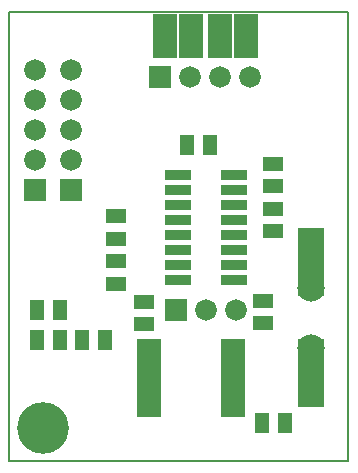
<source format=gbs>
G04 (created by PCBNEW (2013-07-07 BZR 4022)-stable) date 22/04/2014 18:46:14*
%MOIN*%
G04 Gerber Fmt 3.4, Leading zero omitted, Abs format*
%FSLAX34Y34*%
G01*
G70*
G90*
G04 APERTURE LIST*
%ADD10C,0.00590551*%
%ADD11R,0.0829X0.028*%
%ADD12R,0.0907402X0.035622*%
%ADD13R,0.047X0.067*%
%ADD14R,0.067X0.047*%
%ADD15R,0.0907X0.2285*%
%ADD16C,0.0907402*%
%ADD17R,0.072X0.072*%
%ADD18C,0.072*%
%ADD19R,0.0789291X0.149795*%
%ADD20C,0.172*%
G04 APERTURE END LIST*
G54D10*
X72755Y-45511D02*
X84055Y-45511D01*
X72755Y-60472D02*
X72755Y-45511D01*
X84055Y-60472D02*
X72755Y-60472D01*
X84055Y-45511D02*
X84055Y-60472D01*
G54D11*
X80207Y-56554D03*
X80207Y-56814D03*
X80207Y-57064D03*
X80207Y-57324D03*
X80207Y-57584D03*
X80207Y-57834D03*
X80207Y-58094D03*
X80207Y-58344D03*
X80207Y-58604D03*
X80207Y-58864D03*
X77407Y-58874D03*
X77407Y-58604D03*
X77407Y-58344D03*
X77407Y-58094D03*
X77407Y-57834D03*
X77407Y-57584D03*
X77407Y-57324D03*
X77407Y-57064D03*
X77407Y-56814D03*
X77407Y-56554D03*
G54D12*
X80251Y-53944D03*
X80251Y-52944D03*
X80251Y-53444D03*
X80251Y-52444D03*
X80251Y-51944D03*
X80251Y-51444D03*
X80251Y-54444D03*
X80251Y-50944D03*
X78362Y-50944D03*
X78362Y-54444D03*
X78362Y-51444D03*
X78362Y-51944D03*
X78362Y-52444D03*
X78362Y-53444D03*
X78362Y-52944D03*
X78362Y-53944D03*
G54D13*
X78682Y-49944D03*
X79432Y-49944D03*
G54D14*
X76307Y-54569D03*
X76307Y-53819D03*
X76307Y-53069D03*
X76307Y-52319D03*
X81557Y-50569D03*
X81557Y-51319D03*
X81557Y-52819D03*
X81557Y-52069D03*
G54D13*
X75182Y-56444D03*
X75932Y-56444D03*
G54D14*
X81220Y-55136D03*
X81220Y-55886D03*
G54D13*
X81932Y-59194D03*
X81182Y-59194D03*
X73682Y-55444D03*
X74432Y-55444D03*
G54D14*
X77244Y-55176D03*
X77244Y-55926D03*
G54D13*
X73682Y-56444D03*
X74432Y-56444D03*
G54D15*
X82807Y-53844D03*
X82807Y-57544D03*
G54D16*
X82807Y-54694D03*
X82807Y-56694D03*
G54D17*
X74807Y-51444D03*
G54D18*
X74807Y-50444D03*
X74807Y-49444D03*
X74807Y-48444D03*
X74807Y-47444D03*
G54D17*
X73607Y-51444D03*
G54D18*
X73607Y-50444D03*
X73607Y-49444D03*
X73607Y-48444D03*
X73607Y-47444D03*
G54D17*
X77791Y-47677D03*
G54D18*
X78791Y-47677D03*
X79791Y-47677D03*
X80791Y-47677D03*
G54D19*
X80629Y-46299D03*
X77952Y-46299D03*
X78818Y-46299D03*
X79763Y-46299D03*
G54D20*
X73858Y-59370D03*
G54D17*
X78307Y-55444D03*
G54D18*
X79307Y-55444D03*
X80307Y-55444D03*
M02*

</source>
